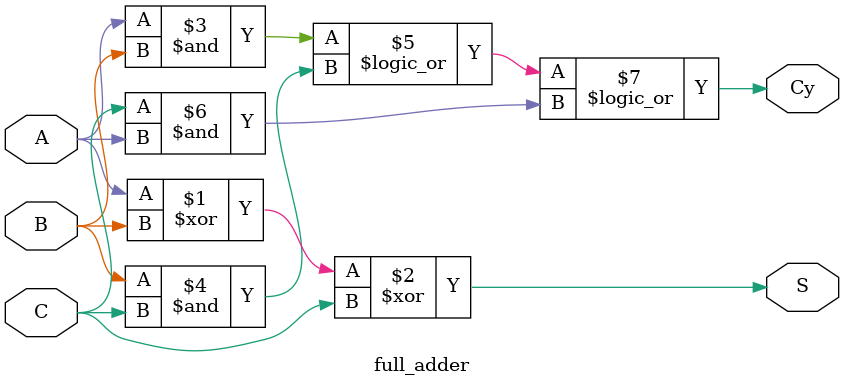
<source format=v>
module full_adder(S, Cy, A, B, C);
  input A, B, C;
  output S, Cy;
  assign S= A^B^C;
  assign Cy= (A&B)||(B&C)||(C&A);
endmodule

</source>
